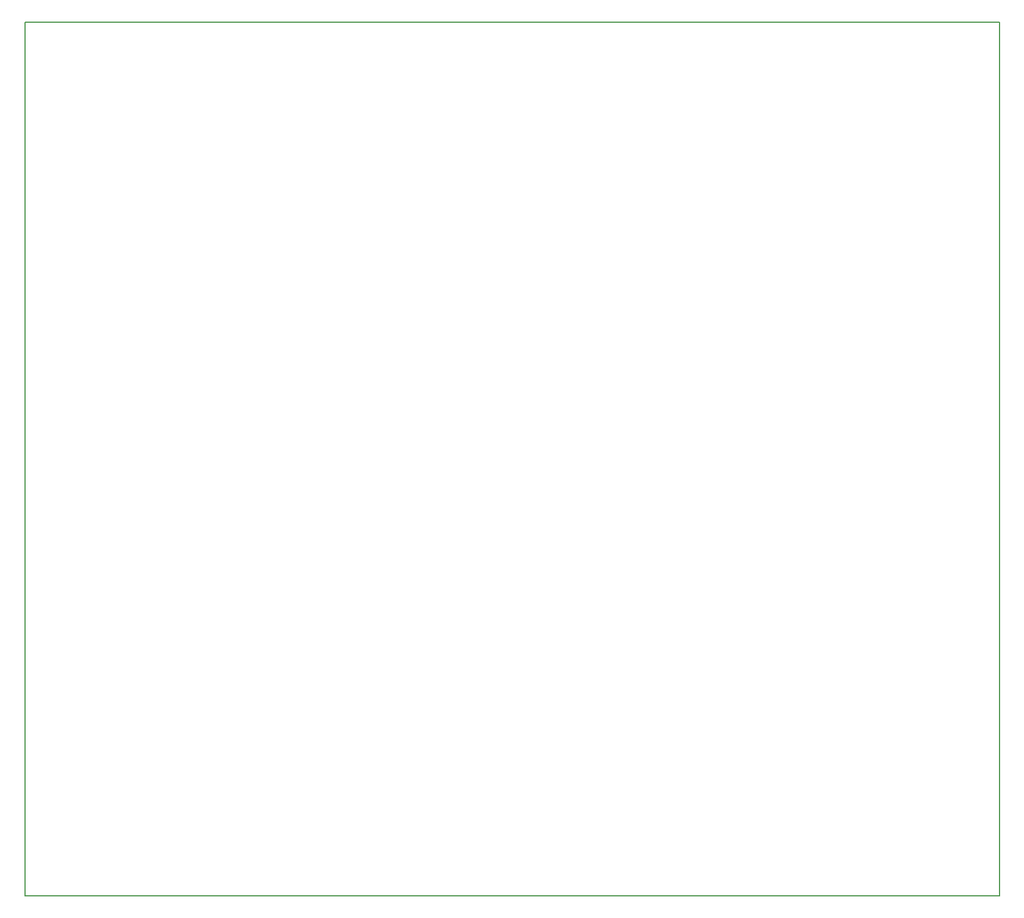
<source format=gm1>
G04 #@! TF.GenerationSoftware,KiCad,Pcbnew,6.0.2+dfsg-1*
G04 #@! TF.CreationDate,2024-08-10T18:00:16+02:00*
G04 #@! TF.ProjectId,rgb-board,7267622d-626f-4617-9264-2e6b69636164,rev?*
G04 #@! TF.SameCoordinates,Original*
G04 #@! TF.FileFunction,Profile,NP*
%FSLAX46Y46*%
G04 Gerber Fmt 4.6, Leading zero omitted, Abs format (unit mm)*
G04 Created by KiCad (PCBNEW 6.0.2+dfsg-1) date 2024-08-10 18:00:16*
%MOMM*%
%LPD*%
G01*
G04 APERTURE LIST*
G04 #@! TA.AperFunction,Profile*
%ADD10C,0.150000*%
G04 #@! TD*
G04 APERTURE END LIST*
D10*
X227825000Y-160150000D02*
X82800000Y-160150000D01*
X82800000Y-160150000D02*
X82800000Y-30150000D01*
X82800000Y-30150000D02*
X227825000Y-30150000D01*
X227825000Y-30150000D02*
X227825000Y-160150000D01*
M02*

</source>
